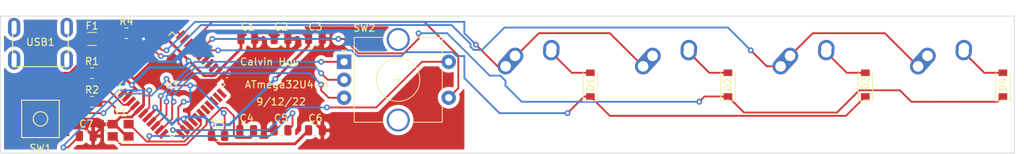
<source format=kicad_pcb>
(kicad_pcb (version 20211014) (generator pcbnew)
  (layers (0 "F.Cu" signal) (31 "B.Cu" signal) (34 "B.Paste" user) (35 "F.Paste" user) (36 "B.SilkS" user "B.Silkscreen") (37 "F.SilkS" user "F.Silkscreen") (38 "B.Mask" user) (39 "F.Mask" user) (44 "Edge.Cuts" user))
  (net 0 "")
  (net 1 "+5V")
  (net 2 "GND")
  (net 3 "Net-(C4-Pad2)")
  (net 4 "Net-(C5-Pad2)")
  (net 5 "Net-(C7-Pad1)")
  (net 6 "ROW0")
  (net 7 "Net-(D1-Pad2)")
  (net 8 "ROW1")
  (net 9 "Net-(D2-Pad2)")
  (net 10 "Net-(D3-Pad2)")
  (net 11 "Net-(D4-Pad2)")
  (net 12 "VCC")
  (net 13 "COL0")
  (net 14 "COL1")
  (net 15 "D-")
  (net 16 "Net-(R1-Pad2)")
  (net 17 "D+")
  (net 18 "Net-(R2-Pad2)")
  (net 19 "Net-(R3-Pad2)")
  (net 20 "Net-(R4-Pad1)")
  (net 21 "PB0")
  (net 22 "PB2")
  (net 23 "PB1")
  (net 24 "PB6")
  (net 25 "PB7")
  (footprint "Diode_SMD:D_SOD-123" (layer "F.Cu") (at 134.9375 87.3125 90)
    (fp_text reference "D1" (at 0 0 90) (layer "F.SilkS"))
    (fp_text value "D_Small")
    (pad "1" smd rect (at -1.65 0 90) (size 0.9 1.2) (layers "F.Cu" "F.Paste" "F.Mask") (net 6 "ROW0"))
    (pad "2" smd rect (at 1.65 0 90) (size 0.9 1.2) (layers "F.Cu" "F.Paste" "F.Mask") (net 7 "Net-(D1-Pad2)"))
  )
  (footprint "MX_Alps_Hybrid:MX-1U-NoLED" (layer "F.Cu") (at 184.15 87.3125)
    (fp_text reference "MX4")
    (fp_text value "MX-NoLED")
    (pad "" np_thru_hole circle locked (at 5.08 0 48.0996) (size 1.75 1.75) (drill 1.75) (layers *.Cu *.Mask))
    (pad "" np_thru_hole circle locked (at 0 0) (size 3.9878 3.9878) (drill 3.9878) (layers *.Cu *.Mask))
    (pad "" np_thru_hole circle locked (at -5.08 0 48.0996) (size 1.75 1.75) (drill 1.75) (layers *.Cu *.Mask))
    (pad "1" thru_hole circle locked (at -2.5 -4) (size 2.25 2.25) (drill 1.47) (layers *.Cu "B.Mask") (net 14 "COL1"))
    (pad "1" thru_hole oval locked (at -3.81 -2.54 48.0996) (size 4.211556 2.25) (drill 1.47 (offset 0.980778 0)) (layers *.Cu "B.Mask") (net 14 "COL1"))
    (pad "2" thru_hole oval locked (at 2.5 -4.5 86.0548) (size 2.831378 2.25) (drill 1.47 (offset 0.290689 0)) (layers *.Cu "B.Mask") (net 11 "Net-(D4-Pad2)"))
    (pad "2" thru_hole circle locked (at 2.54 -5.08) (size 2.25 2.25) (drill 1.47) (layers *.Cu "B.Mask") (net 11 "Net-(D4-Pad2)"))
  )
  (footprint "Capacitor_SMD:C_0805_2012Metric" (layer "F.Cu") (at 87.3125 93.6625)
    (fp_text reference "C4" (at 0 -1.68) (layer "F.SilkS"))
    (fp_text value "22pF")
    (pad "1" smd roundrect (at -0.95 0) (size 1 1.45) (layers "F.Cu" "F.Paste" "F.Mask") (net 2 "GND"))
    (pad "2" smd roundrect (at 0.95 0) (size 1 1.45) (layers "F.Cu" "F.Paste" "F.Mask") (net 3 "Net-(C4-Pad2)"))
  )
  (footprint "Capacitor_SMD:C_0805_2012Metric" (layer "F.Cu") (at 92.075 80.9625)
    (fp_text reference "C2" (at 0 -1.68) (layer "F.SilkS"))
    (fp_text value "0.1uF")
    (pad "1" smd roundrect (at -0.95 0) (size 1 1.45) (layers "F.Cu" "F.Paste" "F.Mask") (net 1 "+5V"))
    (pad "2" smd roundrect (at 0.95 0) (size 1 1.45) (layers "F.Cu" "F.Paste" "F.Mask") (net 2 "GND"))
  )
  (footprint "Resistor_SMD:R_0805_2012Metric" (layer "F.Cu") (at 83.34375 94.45625)
    (fp_text reference "R3" (at 0 -1.65) (layer "F.SilkS"))
    (fp_text value "10k")
    (pad "1" smd roundrect (at -0.9125 0) (size 1.025 1.4) (layers "F.Cu" "F.Paste" "F.Mask") (roundrect_rratio 0.243902439) (net 1 "+5V"))
    (pad "2" smd roundrect (at 0.9125 0) (size 1.025 1.4) (layers "F.Cu" "F.Paste" "F.Mask") (roundrect_rratio 0.243902439) (net 19 "Net-(R3-Pad2)"))
  )
  (footprint "Package_QFP:TQFP-44_10x10mm_P0.8mm" (layer "F.Cu") (at 76.99375 87.3125 45)
    (fp_text reference "U1" (at 0 0 180) (layer "F.SilkS"))
    (fp_text value "ATmega32U4-A")
    (pad "1" smd rect (at -5.7 -4 45) (size 1.5 0.55) (layers "F.Cu" "F.Paste" "F.Mask"))
    (pad "2" smd rect (at -5.7 -3.2 45) (size 1.5 0.55) (layers "F.Cu" "F.Paste" "F.Mask") (net 1 "+5V"))
    (pad "3" smd rect (at -5.7 -2.4 45) (size 1.5 0.55) (layers "F.Cu" "F.Paste" "F.Mask") (net 16 "Net-(R1-Pad2)"))
    (pad "4" smd rect (at -5.7 -1.6 45) (size 1.5 0.55) (layers "F.Cu" "F.Paste" "F.Mask") (net 18 "Net-(R2-Pad2)"))
    (pad "5" smd rect (at -5.7 -0.8 45) (size 1.5 0.55) (layers "F.Cu" "F.Paste" "F.Mask") (net 2 "GND"))
    (pad "6" smd rect (at -5.7 0 45) (size 1.5 0.55) (layers "F.Cu" "F.Paste" "F.Mask") (net 5 "Net-(C7-Pad1)"))
    (pad "7" smd rect (at -5.7 0.8 45) (size 1.5 0.55) (layers "F.Cu" "F.Paste" "F.Mask") (net 1 "+5V"))
    (pad "8" smd rect (at -5.7 1.6 45) (size 1.5 0.55) (layers "F.Cu" "F.Paste" "F.Mask") (net 21 "PB0"))
    (pad "9" smd rect (at -5.7 2.4 45) (size 1.5 0.55) (layers "F.Cu" "F.Paste" "F.Mask") (net 23 "PB1"))
    (pad "10" smd rect (at -5.7 3.2 45) (size 1.5 0.55) (layers "F.Cu" "F.Paste" "F.Mask") (net 22 "PB2"))
    (pad "11" smd rect (at -5.7 4 45) (size 1.5 0.55) (layers "F.Cu" "F.Paste" "F.Mask"))
    (pad "12" smd rect (at -4 5.7 135) (size 1.5 0.55) (layers "F.Cu" "F.Paste" "F.Mask") (net 25 "PB7"))
    (pad "13" smd rect (at -3.2 5.7 135) (size 1.5 0.55) (layers "F.Cu" "F.Paste" "F.Mask") (net 19 "Net-(R3-Pad2)"))
    (pad "14" smd rect (at -2.4 5.7 135) (size 1.5 0.55) (layers "F.Cu" "F.Paste" "F.Mask") (net 1 "+5V"))
    (pad "15" smd rect (at -1.6 5.7 135) (size 1.5 0.55) (layers "F.Cu" "F.Paste" "F.Mask") (net 2 "GND"))
    (pad "16" smd rect (at -0.8 5.7 135) (size 1.5 0.55) (layers "F.Cu" "F.Paste" "F.Mask") (net 4 "Net-(C5-Pad2)"))
    (pad "17" smd rect (at 0 5.7 135) (size 1.5 0.55) (layers "F.Cu" "F.Paste" "F.Mask") (net 3 "Net-(C4-Pad2)"))
    (pad "18" smd rect (at 0.8 5.7 135) (size 1.5 0.55) (layers "F.Cu" "F.Paste" "F.Mask"))
    (pad "19" smd rect (at 1.6 5.7 135) (size 1.5 0.55) (layers "F.Cu" "F.Paste" "F.Mask"))
    (pad "20" smd rect (at 2.4 5.7 135) (size 1.5 0.55) (layers "F.Cu" "F.Paste" "F.Mask"))
    (pad "21" smd rect (at 3.2 5.7 135) (size 1.5 0.55) (layers "F.Cu" "F.Paste" "F.Mask"))
    (pad "22" smd rect (at 4 5.7 135) (size 1.5 0.55) (layers "F.Cu" "F.Paste" "F.Mask"))
    (pad "23" smd rect (at 5.7 4 45) (size 1.5 0.55) (layers "F.Cu" "F.Paste" "F.Mask") (net 2 "GND"))
    (pad "24" smd rect (at 5.7 3.2 45) (size 1.5 0.55) (layers "F.Cu" "F.Paste" "F.Mask") (net 1 "+5V"))
    (pad "25" smd rect (at 5.7 2.4 45) (size 1.5 0.55) (layers "F.Cu" "F.Paste" "F.Mask"))
    (pad "26" smd rect (at 5.7 1.6 45) (size 1.5 0.55) (layers "F.Cu" "F.Paste" "F.Mask"))
    (pad "27" smd rect (at 5.7 0.8 45) (size 1.5 0.55) (layers "F.Cu" "F.Paste" "F.Mask"))
    (pad "28" smd rect (at 5.7 0 45) (size 1.5 0.55) (layers "F.Cu" "F.Paste" "F.Mask") (net 6 "ROW0"))
    (pad "29" smd rect (at 5.7 -0.8 45) (size 1.5 0.55) (layers "F.Cu" "F.Paste" "F.Mask") (net 8 "ROW1"))
    (pad "30" smd rect (at 5.7 -1.6 45) (size 1.5 0.55) (layers "F.Cu" "F.Paste" "F.Mask") (net 24 "PB6"))
    (pad "31" smd rect (at 5.7 -2.4 45) (size 1.5 0.55) (layers "F.Cu" "F.Paste" "F.Mask"))
    (pad "32" smd rect (at 5.7 -3.2 45) (size 1.5 0.55) (layers "F.Cu" "F.Paste" "F.Mask"))
    (pad "33" smd rect (at 5.7 -4 45) (size 1.5 0.55) (layers "F.Cu" "F.Paste" "F.Mask") (net 20 "Net-(R4-Pad1)"))
    (pad "34" smd rect (at 4 -5.7 135) (size 1.5 0.55) (layers "F.Cu" "F.Paste" "F.Mask") (net 1 "+5V"))
    (pad "35" smd rect (at 3.2 -5.7 135) (size 1.5 0.55) (layers "F.Cu" "F.Paste" "F.Mask") (net 2 "GND"))
    (pad "36" smd rect (at 2.4 -5.7 135) (size 1.5 0.55) (layers "F.Cu" "F.Paste" "F.Mask") (net 13 "COL0"))
    (pad "37" smd rect (at 1.6 -5.7 135) (size 1.5 0.55) (layers "F.Cu" "F.Paste" "F.Mask") (net 14 "COL1"))
    (pad "38" smd rect (at 0.8 -5.7 135) (size 1.5 0.55) (layers "F.Cu" "F.Paste" "F.Mask"))
    (pad "39" smd rect (at 0 -5.7 135) (size 1.5 0.55) (layers "F.Cu" "F.Paste" "F.Mask"))
    (pad "40" smd rect (at -0.8 -5.7 135) (size 1.5 0.55) (layers "F.Cu" "F.Paste" "F.Mask"))
    (pad "41" smd rect (at -1.6 -5.7 135) (size 1.5 0.55) (layers "F.Cu" "F.Paste" "F.Mask"))
    (pad "42" smd rect (at -2.4 -5.7 135) (size 1.5 0.55) (layers "F.Cu" "F.Paste" "F.Mask"))
    (pad "43" smd rect (at -3.2 -5.7 135) (size 1.5 0.55) (layers "F.Cu" "F.Paste" "F.Mask") (net 2 "GND"))
    (pad "44" smd rect (at -4 -5.7 135) (size 1.5 0.55) (layers "F.Cu" "F.Paste" "F.Mask") (net 1 "+5V"))
  )
  (footprint "Capacitor_SMD:C_0805_2012Metric" (layer "F.Cu") (at 92.075 93.6625)
    (fp_text reference "C5" (at 0 -1.68) (layer "F.SilkS"))
    (fp_text value "22pF")
    (pad "1" smd roundrect (at -0.95 0) (size 1 1.45) (layers "F.Cu" "F.Paste" "F.Mask") (net 2 "GND"))
    (pad "2" smd roundrect (at 0.95 0) (size 1 1.45) (layers "F.Cu" "F.Paste" "F.Mask") (net 4 "Net-(C5-Pad2)"))
  )
  (footprint "MX_Alps_Hybrid:MX-1U-NoLED" (layer "F.Cu") (at 146.05 87.3125)
    (fp_text reference "MX2")
    (fp_text value "MX-NoLED")
    (pad "" np_thru_hole circle locked (at -5.08 0 48.0996) (size 1.75 1.75) (drill 1.75) (layers *.Cu *.Mask))
    (pad "" np_thru_hole circle locked (at 0 0) (size 3.9878 3.9878) (drill 3.9878) (layers *.Cu *.Mask))
    (pad "" np_thru_hole circle locked (at 5.08 0 48.0996) (size 1.75 1.75) (drill 1.75) (layers *.Cu *.Mask))
    (pad "1" thru_hole circle locked (at -2.5 -4) (size 2.25 2.25) (drill 1.47) (layers *.Cu "B.Mask") (net 13 "COL0"))
    (pad "1" thru_hole oval locked (at -3.81 -2.54 48.0996) (size 4.211556 2.25) (drill 1.47 (offset 0.980778 0)) (layers *.Cu "B.Mask") (net 13 "COL0"))
    (pad "2" thru_hole circle locked (at 2.54 -5.08) (size 2.25 2.25) (drill 1.47) (layers *.Cu "B.Mask") (net 9 "Net-(D2-Pad2)"))
    (pad "2" thru_hole oval locked (at 2.5 -4.5 86.0548) (size 2.831378 2.25) (drill 1.47 (offset 0.290689 0)) (layers *.Cu "B.Mask") (net 9 "Net-(D2-Pad2)"))
  )
  (footprint "random-keyboard-parts:SKQG-1155865" (layer "F.Cu") (at 58.7375 92.075)
    (fp_text reference "SW1" (at 0 4.064) (layer "F.SilkS"))
    (fp_text value "SW_Push")
    (pad "1" smd rect locked (at 3.1 1.85) (size 1.8 1.1) (layers "F.Cu" "F.Paste" "F.Mask") (net 2 "GND"))
    (pad "2" smd rect locked (at -3.1 -1.85) (size 1.8 1.1) (layers "F.Cu" "F.Paste" "F.Mask") (net 19 "Net-(R3-Pad2)"))
    (pad "3" smd rect locked (at 3.1 -1.85) (size 1.8 1.1) (layers "F.Cu" "F.Paste" "F.Mask"))
    (pad "4" smd rect locked (at -3.1 1.85) (size 1.8 1.1) (layers "F.Cu" "F.Paste" "F.Mask"))
  )
  (footprint "Capacitor_SMD:C_0805_2012Metric" (layer "F.Cu") (at 65.0875 94.45625)
    (fp_text reference "C7" (at 0 -1.68) (layer "F.SilkS"))
    (fp_text value "1uF")
    (pad "1" smd roundrect (at -0.95 0) (size 1 1.45) (layers "F.Cu" "F.Paste" "F.Mask") (net 5 "Net-(C7-Pad1)"))
    (pad "2" smd roundrect (at 0.95 0) (size 1 1.45) (layers "F.Cu" "F.Paste" "F.Mask") (net 2 "GND"))
  )
  (footprint "Diode_SMD:D_SOD-123" (layer "F.Cu") (at 153.9875 87.3125 90)
    (fp_text reference "D2" (at 0 0 90) (layer "F.SilkS"))
    (fp_text value "D_Small")
    (pad "1" smd rect (at -1.65 0 90) (size 0.9 1.2) (layers "F.Cu" "F.Paste" "F.Mask") (net 8 "ROW1"))
    (pad "2" smd rect (at 1.65 0 90) (size 0.9 1.2) (layers "F.Cu" "F.Paste" "F.Mask") (net 9 "Net-(D2-Pad2)"))
  )
  (footprint "MX_Alps_Hybrid:MX-1U-NoLED" (layer "F.Cu") (at 165.1 87.3125)
    (fp_text reference "MX3")
    (fp_text value "MX-NoLED")
    (pad "" np_thru_hole circle locked (at -5.08 0 48.0996) (size 1.75 1.75) (drill 1.75) (layers *.Cu *.Mask))
    (pad "" np_thru_hole circle locked (at 0 0) (size 3.9878 3.9878) (drill 3.9878) (layers *.Cu *.Mask))
    (pad "" np_thru_hole circle locked (at 5.08 0 48.0996) (size 1.75 1.75) (drill 1.75) (layers *.Cu *.Mask))
    (pad "1" thru_hole oval locked (at -3.81 -2.54 48.0996) (size 4.211556 2.25) (drill 1.47 (offset 0.980778 0)) (layers *.Cu "B.Mask") (net 14 "COL1"))
    (pad "1" thru_hole circle locked (at -2.5 -4) (size 2.25 2.25) (drill 1.47) (layers *.Cu "B.Mask") (net 14 "COL1"))
    (pad "2" thru_hole oval locked (at 2.5 -4.5 86.0548) (size 2.831378 2.25) (drill 1.47 (offset 0.290689 0)) (layers *.Cu "B.Mask") (net 10 "Net-(D3-Pad2)"))
    (pad "2" thru_hole circle locked (at 2.54 -5.08) (size 2.25 2.25) (drill 1.47) (layers *.Cu "B.Mask") (net 10 "Net-(D3-Pad2)"))
  )
  (footprint "MX_Alps_Hybrid:MX-1U-NoLED" (layer "F.Cu") (at 127 87.3125)
    (fp_text reference "MX1")
    (fp_text value "MX-NoLED")
    (pad "" np_thru_hole circle locked (at 5.08 0 48.0996) (size 1.75 1.75) (drill 1.75) (layers *.Cu *.Mask))
    (pad "" np_thru_hole circle locked (at 0 0) (size 3.9878 3.9878) (drill 3.9878) (layers *.Cu *.Mask))
    (pad "" np_thru_hole circle locked (at -5.08 0 48.0996) (size 1.75 1.75) (drill 1.75) (layers *.Cu *.Mask))
    (pad "1" thru_hole circle locked (at -2.5 -4) (size 2.25 2.25) (drill 1.47) (layers *.Cu "B.Mask") (net 13 "COL0"))
    (pad "1" thru_hole oval locked (at -3.81 -2.54 48.0996) (size 4.211556 2.25) (drill 1.47 (offset 0.980778 0)) (layers *.Cu "B.Mask") (net 13 "COL0"))
    (pad "2" thru_hole oval locked (at 2.5 -4.5 86.0548) (size 2.831378 2.25) (drill 1.47 (offset 0.290689 0)) (layers *.Cu "B.Mask") (net 7 "Net-(D1-Pad2)"))
    (pad "2" thru_hole circle locked (at 2.54 -5.08) (size 2.25 2.25) (drill 1.47) (layers *.Cu "B.Mask") (net 7 "Net-(D1-Pad2)"))
  )
  (footprint "Resistor_SMD:R_0805_2012Metric" (layer "F.Cu") (at 65.88125 89.69375)
    (fp_text reference "R2" (at 0 -1.65) (layer "F.SilkS"))
    (fp_text value "22")
    (pad "1" smd roundrect (at -0.9125 0) (size 1.025 1.4) (layers "F.Cu" "F.Paste" "F.Mask") (roundrect_rratio 0.243902439) (net 17 "D+"))
    (pad "2" smd roundrect (at 0.9125 0) (size 1.025 1.4) (layers "F.Cu" "F.Paste" "F.Mask") (roundrect_rratio 0.243902439) (net 18 "Net-(R2-Pad2)"))
  )
  (footprint "Capacitor_SMD:C_0805_2012Metric" (layer "F.Cu") (at 96.8375 93.6625)
    (fp_text reference "C6" (at 0 -1.68) (layer "F.SilkS"))
    (fp_text value "0.1uF")
    (pad "1" smd roundrect (at -0.95 0) (size 1 1.45) (layers "F.Cu" "F.Paste" "F.Mask") (net 1 "+5V"))
    (pad "2" smd roundrect (at 0.95 0) (size 1 1.45) (layers "F.Cu" "F.Paste" "F.Mask") (net 2 "GND"))
  )
  (footprint "random-keyboard-parts:Molex-0548190589" (layer "F.Cu") (at 58.7375 79.375 -90)
    (fp_text reference "USB1" (at 2.032 0) (layer "F.SilkS"))
    (fp_text value "Molex-0548190589")
    (pad "1" smd rect locked (at 4.5 1.6 270) (size 2.25 0.5) (layers "F.Cu" "F.Paste" "F.Mask") (net 2 "GND"))
    (pad "2" smd rect locked (at 4.5 0.8 270) (size 2.25 0.5) (layers "F.Cu" "F.Paste" "F.Mask"))
    (pad "3" smd rect locked (at 4.5 0 270) (size 2.25 0.5) (layers "F.Cu" "F.Paste" "F.Mask") (net 17 "D+"))
    (pad "4" smd rect locked (at 4.5 -0.8 270) (size 2.25 0.5) (layers "F.Cu" "F.Paste" "F.Mask") (net 15 "D-"))
    (pad "5" smd rect locked (at 4.5 -1.6 270) (size 2.25 0.5) (layers "F.Cu" "F.Paste" "F.Mask") (net 12 "VCC"))
    (pad "6" thru_hole oval locked (at 0 3.65 270) (size 2.7 1.7) (drill oval 1.9 0.7) (layers *.Cu *.Mask))
    (pad "6" thru_hole oval locked (at 4.5 -3.65 270) (size 2.7 1.7) (drill oval 1.9 0.7) (layers *.Cu *.Mask))
    (pad "6" thru_hole oval locked (at 4.5 3.65 270) (size 2.7 1.7) (drill oval 1.9 0.7) (layers *.Cu *.Mask))
    (pad "6" thru_hole oval locked (at 0 -3.65 270) (size 2.7 1.7) (drill oval 1.9 0.7) (layers *.Cu *.Mask))
  )
  (footprint "Capacitor_SMD:C_0805_2012Metric" (layer "F.Cu") (at 96.8375 80.9625)
    (fp_text reference "C3" (at 0 -1.68) (layer "F.SilkS"))
    (fp_text value "0.1uF")
    (pad "1" smd roundrect (at -0.95 0) (size 1 1.45) (layers "F.Cu" "F.Paste" "F.Mask") (net 1 "+5V"))
    (pad "2" smd roundrect (at 0.95 0) (size 1 1.45) (layers "F.Cu" "F.Paste" "F.Mask") (net 2 "GND"))
  )
  (footprint "Diode_SMD:D_SOD-123" (layer "F.Cu") (at 173.0375 87.3125 90)
    (fp_text reference "D3" (at 0.25 0 90) (layer "F.SilkS"))
    (fp_text value "D_Small")
    (pad "1" smd rect (at -1.65 0 90) (size 0.9 1.2) (layers "F.Cu" "F.Paste" "F.Mask") (net 6 "ROW0"))
    (pad "2" smd rect (at 1.65 0 90) (size 0.9 1.2) (layers "F.Cu" "F.Paste" "F.Mask") (net 10 "Net-(D3-Pad2)"))
  )
  (footprint "Rotary_Encoder:RotaryEncoder_Alps_EC11E-Switch_Vertical_H20mm_CircularMountingHoles" (layer "F.Cu") (at 100.80625 84.1375)
    (fp_text reference "SW2" (at 2.8 -4.7) (layer "F.SilkS"))
    (fp_text value "RotaryEncoder_Switch")
    (pad "A" thru_hole rect (at 0 0) (size 2 2) (drill 1) (layers *.Cu *.Mask) (net 21 "PB0"))
    (pad "B" thru_hole circle (at 0 5) (size 2 2) (drill 1) (layers *.Cu *.Mask) (net 22 "PB2"))
    (pad "C" thru_hole circle (at 0 2.5) (size 2 2) (drill 1) (layers *.Cu *.Mask) (net 23 "PB1"))
    (pad "MP" thru_hole circle (at 7.5 8.1) (size 3.2 3.2) (drill 2.6) (layers *.Cu *.Mask))
    (pad "MP" thru_hole circle (at 7.5 -3.1) (size 3.2 3.2) (drill 2.6) (layers *.Cu *.Mask))
    (pad "S1" thru_hole circle (at 14.5 5) (size 2 2) (drill 1) (layers *.Cu *.Mask) (net 24 "PB6"))
    (pad "S2" thru_hole circle (at 14.5 0) (size 2 2) (drill 1) (layers *.Cu *.Mask) (net 25 "PB7"))
  )
  (footprint "Resistor_SMD:R_0805_2012Metric" (layer "F.Cu") (at 70.64375 80.16875)
    (fp_text reference "R4" (at 0 -1.65) (layer "F.SilkS"))
    (fp_text value "10k")
    (pad "1" smd roundrect (at -0.9125 0) (size 1.025 1.4) (layers "F.Cu" "F.Paste" "F.Mask") (roundrect_rratio 0.243902439) (net 20 "Net-(R4-Pad1)"))
    (pad "2" smd roundrect (at 0.9125 0) (size 1.025 1.4) (layers "F.Cu" "F.Paste" "F.Mask") (roundrect_rratio 0.243902439) (net 2 "GND"))
  )
  (footprint "Capacitor_SMD:C_0805_2012Metric" (layer "F.Cu") (at 87.46875 80.9625)
    (fp_text reference "C1" (at 0 -1.68) (layer "F.SilkS"))
    (fp_text value "0.1uF")
    (pad "1" smd roundrect (at -0.95 0) (size 1 1.45) (layers "F.Cu" "F.Paste" "F.Mask") (net 1 "+5V"))
    (pad "2" smd roundrect (at 0.95 0) (size 1 1.45) (layers "F.Cu" "F.Paste" "F.Mask") (net 2 "GND"))
  )
  (footprint "Fuse:Fuse_1206_3216Metric" (layer "F.Cu") (at 65.88125 80.9625)
    (fp_text reference "F1" (at 0 -1.82) (layer "F.SilkS"))
    (fp_text value "500mA")
    (pad "1" smd roundrect (at -1.4 0) (size 1.25 1.75) (layers "F.Cu" "F.Paste" "F.Mask") (roundrect_rratio 0.2) (net 12 "VCC"))
    (pad "2" smd roundrect (at 1.4 0) (size 1.25 1.75) (layers "F.Cu" "F.Paste" "F.Mask") (roundrect_rratio 0.2) (net 1 "+5V"))
  )
  (footprint "Crystal:Crystal_SMD_3225-4Pin_3.2x2.5mm" (layer "F.Cu") (at 69.85 93.6625)
    (fp_text reference "Y1" (at 0 -2.45) (layer "F.SilkS"))
    (fp_text value "16mhz")
    (pad "1" smd rect (at -1.1 0.85) (size 1.4 1.2) (layers "F.Cu" "F.Paste" "F.Mask") (net 3 "Net-(C4-Pad2)"))
    (pad "2" smd rect (at 1.1 0.85) (size 1.4 1.2) (layers "F.Cu" "F.Paste" "F.Mask") (net 2 "GND"))
    (pad "3" smd rect (at 1.1 -0.85) (size 1.4 1.2) (layers "F.Cu" "F.Paste" "F.Mask") (net 4 "Net-(C5-Pad2)"))
    (pad "4" smd rect (at -1.1 -0.85) (size 1.4 1.2) (layers "F.Cu" "F.Paste" "F.Mask") (net 2 "GND"))
  )
  (footprint "Diode_SMD:D_SOD-123" (layer "F.Cu") (at 192.0875 87.3125 90)
    (fp_text reference "D4" (at 0 0 90) (layer "F.SilkS"))
    (fp_text value "D_Small")
    (pad "1" smd rect (at -1.65 0 90) (size 0.9 1.2) (layers "F.Cu" "F.Paste" "F.Mask") (net 8 "ROW1"))
    (pad "2" smd rect (at 1.65 0 90) (size 0.9 1.2) (layers "F.Cu" "F.Paste" "F.Mask") (net 11 "Net-(D4-Pad2)"))
  )
  (footprint "Resistor_SMD:R_0805_2012Metric" (layer "F.Cu") (at 65.88125 85.725)
    (fp_text reference "R1" (at 0 -1.65) (layer "F.SilkS"))
    (fp_text value "22")
    (pad "1" smd roundrect (at -0.9125 0) (size 1.025 1.4) (layers "F.Cu" "F.Paste" "F.Mask") (roundrect_rratio 0.243902439) (net 15 "D-"))
    (pad "2" smd roundrect (at 0.9125 0) (size 1.025 1.4) (layers "F.Cu" "F.Paste" "F.Mask") (roundrect_rratio 0.243902439) (net 16 "Net-(R1-Pad2)"))
  )
  (gr_line (start 193.675 96.8375) (end 53.18125 96.8375) (layer "Edge.Cuts") (width 0.1))
  (gr_line (start 193.675 77.7875) (end 193.675 96.8375) (layer "Edge.Cuts") (width 0.1))
  (gr_line (start 53.18125 77.7875) (end 193.675 77.7875) (layer "Edge.Cuts") (width 0.1))
  (gr_line (start 53.18125 96.8375) (end 53.18125 77.7875) (layer "Edge.Cuts") (width 0.1))
  (gr_text "9/12/22" (at 92.075 89.69375) (layer "F.SilkS") (effects (font (size 1 1))))
  (gr_text "Calvin Hou" (at 90.4875 84.1375) (layer "F.SilkS") (effects (font (size 1 1))))
  (gr_text "ATmega32U4-A" (at 92.86875 87.3125) (layer "F.SilkS") (effects (font (size 1 1))))
  (segment (start 90.0095 79.847) (end 87.63425 79.847) (width 0.381) (layer "F.Cu") (net 1))
  (segment (start 95.8875 80.9625) (end 95.8875 81.9125) (width 0.381) (layer "F.Cu") (net 1))
  (segment (start 86.51875 82.312983) (end 83.287 85.544733) (width 0.381) (layer "F.Cu") (net 1))
  (segment (start 82.43125 94.45625) (end 82.43125 92.9875) (width 0.381) (layer "F.Cu") (net 1))
  (segment (start 94.00325 95.54675) (end 95.8875 93.6625) (width 0.381) (layer "F.Cu") (net 1))
  (segment (start 92.2405 79.847) (end 91.125 80.9625) (width 0.381) (layer "F.Cu") (net 1))
  (segment (start 71.484304 88.10625) (end 70.690554 88.9) (width 0.381) (layer "F.Cu") (net 1))
  (segment (start 83.287 85.544733) (end 82.737401 86.094332) (width 0.381) (layer "F.Cu") (net 1))
  (segment (start 70.134814 86.110418) (end 71.387198 87.362802) (width 0.381) (layer "F.Cu") (net 1))
  (segment (start 78.567675 92.074861) (end 78.567675 92.47075) (width 0.381) (layer "F.Cu") (net 1))
  (segment (start 83.52175 95.54675) (end 94.00325 95.54675) (width 0.381) (layer "F.Cu") (net 1))
  (segment (start 81.432436 86.094332) (end 75.791668 80.453564) (width 0.381) (layer "F.Cu") (net 1))
  (segment (start 86.51875 80.9625) (end 86.51875 82.312983) (width 0.381) (layer "F.Cu") (net 1))
  (segment (start 78.567675 92.47075) (end 78.773463 92.676538) (width 0.381) (layer "F.Cu") (net 1))
  (segment (start 71.387198 87.362802) (end 72.130646 88.10625) (width 0.381) (layer "F.Cu") (net 1))
  (segment (start 74.6125 90.825121) (end 74.6125 90.4875) (width 0.381) (layer "F.Cu") (net 1))
  (segment (start 82.43125 92.9875) (end 82.55 92.86875) (width 0.381) (layer "F.Cu") (net 1))
  (segment (start 91.125 80.9625) (end 90.0095 79.847) (width 0.381) (layer "F.Cu") (net 1))
  (segment (start 95.8875 80.9625) (end 94.772 79.847) (width 0.381) (layer "F.Cu") (net 1))
  (segment (start 73.528927 91.908694) (end 74.6125 90.825121) (width 0.381) (layer "F.Cu") (net 1))
  (segment (start 82.737401 86.094332) (end 81.432436 86.094332) (width 0.381) (layer "F.Cu") (net 1))
  (segment (start 94.772 79.847) (end 92.2405 79.847) (width 0.381) (layer "F.Cu") (net 1))
  (segment (start 87.63425 79.847) (end 86.51875 80.9625) (width 0.381) (layer "F.Cu") (net 1))
  (segment (start 67.28125 80.9625) (end 67.28125 83.256854) (width 0.381) (layer "F.Cu") (net 1))
  (segment (start 72.130646 88.10625) (end 71.484304 88.10625) (width 0.381) (layer "F.Cu") (net 1))
  (segment (start 67.28125 83.256854) (end 70.134814 86.110418) (width 0.381) (layer "F.Cu") (net 1))
  (segment (start 82.43125 94.45625) (end 83.52175 95.54675) (width 0.381) (layer "F.Cu") (net 1))
  (segment (start 95.8875 81.9125) (end 91.28125 86.51875) (width 0.381) (layer "F.Cu") (net 1))
  (via (at 71.387198 87.362802) (size 0.8) (drill 0.4) (layers "F.Cu" "B.Cu") (net 1))
  (via (at 79.258161 84.020661) (size 0.8) (drill 0.4) (layers "F.Cu" "B.Cu") (net 1))
  (via (at 78.567675 92.074861) (size 0.8) (drill 0.4) (layers "F.Cu" "B.Cu") (net 1))
  (via (at 74.6125 90.4875) (size 0.8) (drill 0.4) (layers "F.Cu" "B.Cu") (net 1))
  (via (at 82.55 92.86875) (size 0.8) (drill 0.4) (layers "F.Cu" "B.Cu") (net 1))
  (via (at 91.28125 86.51875) (size 0.8) (drill 0.4) (layers "F.Cu" "B.Cu") (net 1))
  (segment (start 76.965709 92.840709) (end 74.6125 90.4875) (width 0.381) (layer "B.Cu") (net 1))
  (segment (start 73.81875 84.93125) (end 78.58125 84.93125) (width 0.381) (layer "B.Cu") (net 1))
  (segment (start 91.28125 86.51875) (end 84.93125 92.86875) (width 0.381) (layer "B.Cu") (net 1))
  (segment (start 82.55 92.86875) (end 81.48 91.79875) (width 0.381) (layer "B.Cu") (net 1))
  (segment (start 79.375 84.1375) (end 79.258161 84.020661) (width 0.381) (layer "B.Cu") (net 1))
  (segment (start 81.48 91.79875) (end 78.801418 91.79875) (width 0.381) (layer "B.Cu") (net 1))
  (segment (start 84.93125 92.86875) (end 82.55 92.86875) (width 0.381) (layer "B.Cu") (net 1))
  (segment (start 78.58125 84.93125) (end 79.375 84.1375) (width 0.381) (layer "B.Cu") (net 1))
  (segment (start 77.731557 92.074861) (end 78.567675 92.074861) (width 0.381) (layer "B.Cu") (net 1))
  (segment (start 71.387198 87.362802) (end 73.81875 84.93125) (width 0.381) (layer "B.Cu") (net 1))
  (segment (start 76.965709 92.840709) (end 77.731557 92.074861) (width 0.381) (layer "B.Cu") (net 1))
  (segment (start 78.801418 91.79875) (end 78.801418 91.841118) (width 0.381) (layer "B.Cu") (net 1))
  (segment (start 78.801418 91.841118) (end 78.567675 92.074861) (width 0.381) (layer "B.Cu") (net 1))
  (segment (start 93.025 80.9625) (end 93.025 83.1875) (width 0.381) (layer "F.Cu") (net 2))
  (segment (start 73.02825 90.146629) (end 72.397556 90.777323) (width 0.381) (layer "F.Cu") (net 2))
  (segment (start 70.95 94.5125) (end 70.7 94.5125) (width 0.381) (layer "F.Cu") (net 2))
  (segment (start 53.975 88.10625) (end 53.975 95.25) (width 0.381) (layer "F.Cu") (net 2))
  (segment (start 68.75 92.8125) (end 68.85 92.8125) (width 0.381) (layer "F.Cu") (net 2))
  (segment (start 79.892888 92.47438) (end 79.343289 91.924781) (width 0.381) (layer "F.Cu") (net 2))
  (segment (start 97.7875 81.6) (end 91.28125 88.10625) (width 0.381) (layer "F.Cu") (net 2))
  (segment (start 67.68125 92.8125) (end 68.75 92.8125) (width 0.381) (layer "F.Cu") (net 2))
  (segment (start 86.3625 89.85) (end 89.69375 86.51875) (width 0.381) (layer "F.Cu") (net 2))
  (segment (start 91.28125 88.10625) (end 89.69375 86.51875) (width 0.381) (layer "F.Cu") (net 2))
  (segment (start 61.8375 93.925) (end 62.42175 93.34075) (width 0.381) (layer "F.Cu") (net 2))
  (segment (start 73.81875 80.16875) (end 74.375483 80.16875) (width 0.381) (layer "F.Cu") (net 2))
  (segment (start 64.922 93.34075) (end 66.0375 94.45625) (width 0.381) (layer "F.Cu") (net 2))
  (segment (start 83.187168 86.675332) (end 80.325332 86.675332) (width 0.381) (layer "F.Cu") (net 2))
  (segment (start 70.7005 85.544733) (end 73.02825 87.872483) (width 0.381) (layer "F.Cu") (net 2))
  (segment (start 57.1375 83.875) (end 57.1375 84.94375) (width 0.381) (layer "F.Cu") (net 2))
  (segment (start 86.904168 86.110418) (end 83.852686 86.110418) (width 0.381) (layer "F.Cu") (net 2))
  (segment (start 97.7875 80.9625) (end 97.7875 81.6) (width 0.381) (layer "F.Cu") (net 2))
  (segment (start 91.28125 93.6625) (end 91.28125 88.10625) (width 0.381) (layer "F.Cu") (net 2))
  (segment (start 74.375483 80.16875) (end 75.225983 81.01925) (width 0.381) (layer "F.Cu") (net 2))
  (segment (start 73.025 80.9625) (end 73.81875 80.16875) (width 0.381) (layer "F.Cu") (net 2))
  (segment (start 97.7875 93.6625) (end 92.23125 88.10625) (width 0.381) (layer "F.Cu") (net 2))
  (segment (start 71.362379 91.8125) (end 72.397556 90.777323) (width 0.381) (layer "F.Cu") (net 2))
  (segment (start 73.02825 87.872483) (end 73.02825 90.146629) (width 0.381) (layer "F.Cu") (net 2))
  (segment (start 91.125 93.6625) (end 91.28125 93.6625) (width 0.381) (layer "F.Cu") (net 2))
  (segment (start 89.69375 86.51875) (end 89.285418 86.110418) (width 0.381) (layer "F.Cu") (net 2))
  (segment (start 57.1375 84.94375) (end 53.975 88.10625) (width 0.381) (layer "F.Cu") (net 2))
  (segment (start 66.0375 94.45625) (end 67.68125 92.8125) (width 0.381) (layer "F.Cu") (net 2))
  (segment (start 70.150901 84.995134) (end 70.7005 85.544733) (width 0.381) (layer "F.Cu") (net 2))
  (segment (start 88.41875 84.595836) (end 86.904168 86.110418) (width 0.381) (layer "F.Cu") (net 2))
  (segment (start 89.285418 86.110418) (end 86.904168 86.110418) (width 0.381) (layer "F.Cu") (net 2))
  (segment (start 60.5125 95.25) (end 61.8375 93.925) (width 0.381) (layer "F.Cu") (net 2))
  (segment (start 69 92.8125) (end 68.75 92.8125) (width 0.381) (layer "F.Cu") (net 2))
  (segment (start 92.23125 88.10625) (end 91.28125 88.10625) (width 0.381) (layer "F.Cu") (net 2))
  (segment (start 79.343289 90.519211) (end 83.187168 86.675332) (width 0.381) (layer "F.Cu") (net 2))
  (segment (start 70.7 94.5125) (end 69 92.8125) (width 0.381) (layer "F.Cu") (net 2))
  (segment (start 62.42175 93.34075) (end 64.922 93.34075) (width 0.381) (layer "F.Cu") (net 2))
  (segment (start 70.150901 81.574099) (end 70.150901 84.995134) (width 0.381) (layer "F.Cu") (net 2))
  (segment (start 93.025 83.1875) (end 89.69375 86.51875) (width 0.381) (layer "F.Cu") (net 2))
  (segment (start 68.85 92.8125) (end 69.85 91.8125) (width 0.381) (layer "F.Cu") (net 2))
  (segment (start 79.343289 91.924781) (end 79.343289 90.519211) (width 0.381) (layer "F.Cu") (net 2))
  (segment (start 86.3625 93.6625) (end 86.3625 89.85) (width 0.381) (layer "F.Cu") (net 2))
  (segment (start 53.975 95.25) (end 60.5125 95.25) (width 0.381) (layer "F.Cu") (net 2))
  (segment (start 71.55625 80.16875) (end 70.150901 81.574099) (width 0.381) (layer "F.Cu") (net 2))
  (segment (start 69.85 91.8125) (end 71.362379 91.8125) (width 0.381) (layer "F.Cu") (net 2))
  (segment (start 88.41875 80.9625) (end 88.41875 84.595836) (width 0.381) (layer "F.Cu") (net 2))
  (segment (start 74.375483 80.16875) (end 71.55625 80.16875) (width 0.381) (layer "F.Cu") (net 2))
  (segment (start 80.325332 86.675332) (end 77.7875 84.1375) (width 0.381) (layer "F.Cu") (net 2))
  (via (at 77.7875 84.1375) (size 0.8) (drill 0.4) (layers "F.Cu" "B.Cu") (net 2))
  (via (at 73.025 80.9625) (size 0.8) (drill 0.4) (layers "F.Cu" "B.Cu") (net 2))
  (segment (start 75.082064 84.1375) (end 73.025 82.080436) (width 0.381) (layer "B.Cu") (net 2))
  (segment (start 73.025 82.080436) (end 73.025 80.9625) (width 0.381) (layer "B.Cu") (net 2))
  (segment (start 77.7875 84.1375) (end 75.082064 84.1375) (width 0.381) (layer "B.Cu") (net 2))
  (segment (start 84.438634 90.55425) (end 83.836366 90.55425) (width 0.254) (layer "F.Cu") (net 3))
  (segment (start 81.75625 92.075) (end 81.024259 91.343009) (width 0.254) (layer "F.Cu") (net 3))
  (segment (start 68.75 94.5125) (end 69.91472 95.67722) (width 0.254) (layer "F.Cu") (net 3))
  (segment (start 87.848 94.7145) (end 85.873499 94.7145) (width 0.254) (layer "F.Cu") (net 3))
  (segment (start 85.873499 94.7145) (end 85.5355 94.376501) (width 0.254) (layer "F.Cu") (net 3))
  (segment (start 85.5355 91.651116) (end 84.438634 90.55425) (width 0.254) (layer "F.Cu") (net 3))
  (segment (start 78.94778 95.67722) (end 81.75625 92.86875) (width 0.254) (layer "F.Cu") (net 3))
  (segment (start 85.5355 94.376501) (end 85.5355 91.651116) (width 0.254) (layer "F.Cu") (net 3))
  (segment (start 69.91472 95.67722) (end 78.94778 95.67722) (width 0.254) (layer "F.Cu") (net 3))
  (segment (start 88.2625 93.6625) (end 88.2625 94.3) (width 0.254) (layer "F.Cu") (net 3))
  (segment (start 88.2625 94.3) (end 87.848 94.7145) (width 0.254) (layer "F.Cu") (net 3))
  (segment (start 83.836366 90.55425) (end 81.75625 92.634366) (width 0.254) (layer "F.Cu") (net 3))
  (segment (start 81.75625 92.86875) (end 81.75625 92.075) (width 0.254) (layer "F.Cu") (net 3))
  (segment (start 81.75625 92.634366) (end 81.75625 92.86875) (width 0.254) (layer "F.Cu") (net 3))
  (segment (start 93.025 93.6625) (end 93.6625 93.025) (width 0.254) (layer "F.Cu") (net 4))
  (segment (start 93.6625 93.025) (end 93.6625 91.28125) (width 0.254) (layer "F.Cu") (net 4))
  (segment (start 73.81875 95.19644) (end 73.84553 95.22322) (width 0.254) (layer "F.Cu") (net 4))
  (segment (start 71.05 92.8125) (end 73.46072 95.22322) (width 0.254) (layer "F.Cu") (net 4))
  (segment (start 73.46072 95.22322) (end 73.84553 95.22322) (width 0.254) (layer "F.Cu") (net 4))
  (segment (start 78.667156 95.22322) (end 80.9625 92.927876) (width 0.254) (layer "F.Cu") (net 4))
  (segment (start 70.95 92.8125) (end 71.05 92.8125) (width 0.254) (layer "F.Cu") (net 4))
  (segment (start 73.84553 95.22322) (end 78.667156 95.22322) (width 0.254) (layer "F.Cu") (net 4))
  (segment (start 80.9625 92.412621) (end 80.458573 91.908694) (width 0.254) (layer "F.Cu") (net 4))
  (segment (start 80.9625 92.927876) (end 80.9625 92.412621) (width 0.254) (layer "F.Cu") (net 4))
  (segment (start 73.81875 94.45625) (end 73.81875 95.19644) (width 0.254) (layer "F.Cu") (net 4))
  (via (at 93.6625 91.28125) (size 0.8) (drill 0.4) (layers "F.Cu" "B.Cu") (net 4))
  (via (at 73.81875 94.45625) (size 0.8) (drill 0.4) (layers "F.Cu" "B.Cu") (net 4))
  (segment (start 93.6625 91.28125) (end 90.4875 94.45625) (width 0.254) (layer "B.Cu") (net 4))
  (segment (start 90.4875 94.45625) (end 73.81875 94.45625) (width 0.254) (layer "B.Cu") (net 4))
  (segment (start 73.81875 88.10625) (end 73.81875 90.4875) (width 0.254) (layer "F.Cu") (net 5))
  (segment (start 73.81875 90.4875) (end 72.963241 91.343009) (width 0.254) (layer "F.Cu") (net 5))
  (segment (start 64.1375 94.45625) (end 62.55 96.04375) (width 0.254) (layer "F.Cu") (net 5))
  (segment (start 62.55 96.04375) (end 61.9125 96.04375) (width 0.254) (layer "F.Cu") (net 5))
  (via (at 61.9125 96.04375) (size 0.8) (drill 0.4) (layers "F.Cu" "B.Cu") (net 5))
  (via (at 73.81875 88.10625) (size 0.8) (drill 0.4) (layers "F.Cu" "B.Cu") (net 5))
  (segment (start 73.025 88.10625) (end 73.81875 88.10625) (width 0.254) (layer "B.Cu") (net 5))
  (segment (start 69.615616 88.10625) (end 73.025 88.10625) (width 0.254) (layer "B.Cu") (net 5))
  (segment (start 61.9125 95.809366) (end 69.615616 88.10625) (width 0.254) (layer "B.Cu") (net 5))
  (segment (start 61.9125 96.04375) (end 61.9125 95.809366) (width 0.254) (layer "B.Cu") (net 5))
  (segment (start 134.9375 88.9625) (end 134.08125 88.9625) (width 0.254) (layer "F.Cu") (net 6))
  (segment (start 134.08125 88.9625) (end 131.7625 91.28125) (width 0.254) (layer "F.Cu") (net 6))
  (segment (start 134.9375 88.9625) (end 137.622519 91.647519) (width 0.254) (layer "F.Cu") (net 6))
  (segment (start 170.352481 91.647519) (end 173.0375 88.9625) (width 0.254) (layer "F.Cu") (net 6))
  (segment (start 81.75625 82.55) (end 81.024259 83.281991) (width 0.254) (layer "F.Cu") (net 6))
  (segment (start 137.622519 91.647519) (end 170.352481 91.647519) (width 0.254) (layer "F.Cu") (net 6))
  (segment (start 83.34375 82.55) (end 81.75625 82.55) (width 0.254) (layer "F.Cu") (net 6))
  (via (at 131.7625 91.28125) (size 0.8) (drill 0.4) (layers "F.Cu" "B.Cu") (net 6))
  (via (at 83.34375 82.55) (size 0.8) (drill 0.4) (layers "F.Cu" "B.Cu") (net 6))
  (segment (start 122.347557 91.28125) (end 117.475 86.408693) (width 0.254) (layer "B.Cu") (net 6))
  (segment (start 101.87275 82.55) (end 83.34375 82.55) (width 0.254) (layer "B.Cu") (net 6))
  (segment (start 108.74375 83.34375) (end 102.6665 83.34375) (width 0.254) (layer "B.Cu") (net 6))
  (segment (start 117.475 83.34375) (end 116.389162 83.34375) (width 0.254) (layer "B.Cu") (net 6))
  (segment (start 102.6665 83.34375) (end 101.87275 82.55) (width 0.254) (layer "B.Cu") (net 6))
  (segment (start 131.7625 91.28125) (end 122.347557 91.28125) (width 0.254) (layer "B.Cu") (net 6))
  (segment (start 109.277 82.8105) (end 108.74375 83.34375) (width 0.254) (layer "B.Cu") (net 6))
  (segment (start 117.475 86.408693) (end 117.475 83.34375) (width 0.254) (layer "B.Cu") (net 6))
  (segment (start 115.855912 82.8105) (end 109.277 82.8105) (width 0.254) (layer "B.Cu") (net 6))
  (segment (start 116.389162 83.34375) (end 115.855912 82.8105) (width 0.254) (layer "B.Cu") (net 6))
  (segment (start 132.35 85.6625) (end 129.5 82.8125) (width 0.254) (layer "F.Cu") (net 7))
  (segment (start 134.9375 85.6625) (end 132.35 85.6625) (width 0.254) (layer "F.Cu") (net 7))
  (segment (start 150.75 88.9625) (end 150.01875 89.69375) (width 0.254) (layer "F.Cu") (net 8))
  (segment (start 153.9875 88.9625) (end 156.218519 91.193519) (width 0.254) (layer "F.Cu") (net 8))
  (segment (start 111.125 80.16875) (end 111.125 80.94394) (width 0.254) (layer "F.Cu") (net 8))
  (segment (start 109.10444 82.9645) (end 102.80825 82.9645) (width 0.254) (layer "F.Cu") (net 8))
  (segment (start 111.125 80.94394) (end 109.10444 82.9645) (width 0.254) (layer "F.Cu") (net 8))
  (segment (start 169.102481 91.193519) (end 172.18975 88.10625) (width 0.254) (layer "F.Cu") (net 8))
  (segment (start 153.9875 88.9625) (end 150.75 88.9625) (width 0.254) (layer "F.Cu") (net 8))
  (segment (start 156.218519 91.193519) (end 169.102481 91.193519) (width 0.254) (layer "F.Cu") (net 8))
  (segment (start 102.80825 82.9645) (end 100.80625 80.9625) (width 0.254) (layer "F.Cu") (net 8))
  (segment (start 82.492394 80.9625) (end 80.933697 82.521197) (width 0.254) (layer "F.Cu") (net 8))
  (segment (start 179.405499 89.69375) (end 191.35625 89.69375) (width 0.254) (layer "F.Cu") (net 8))
  (segment (start 191.35625 89.69375) (end 192.0875 88.9625) (width 0.254) (layer "F.Cu") (net 8))
  (segment (start 177.817999 88.10625) (end 179.405499 89.69375) (width 0.254) (layer "F.Cu") (net 8))
  (segment (start 100.80625 80.9625) (end 100.0125 80.9625) (width 0.254) (layer "F.Cu") (net 8))
  (segment (start 172.18975 88.10625) (end 177.817999 88.10625) (width 0.254) (layer "F.Cu") (net 8))
  (segment (start 82.55 80.9625) (end 82.492394 80.9625) (width 0.254) (layer "F.Cu") (net 8))
  (via (at 111.125 80.16875) (size 0.8) (drill 0.4) (layers "F.Cu" "B.Cu") (net 8))
  (via (at 100.0125 80.9625) (size 0.8) (drill 0.4) (layers "F.Cu" "B.Cu") (net 8))
  (via (at 150.01875 89.69375) (size 0.8) (drill 0.4) (layers "F.Cu" "B.Cu") (net 8))
  (via (at 82.55 80.9625) (size 0.8) (drill 0.4) (layers "F.Cu" "B.Cu") (net 8))
  (segment (start 123.172001 87.453251) (end 123.172001 86.781203) (width 0.254) (layer "B.Cu") (net 8))
  (segment (start 120.985499 86.060499) (end 115.09375 80.16875) (width 0.254) (layer "B.Cu") (net 8))
  (segment (start 125.4125 89.69375) (end 123.172001 87.453251) (width 0.254) (layer "B.Cu") (net 8))
  (segment (start 115.09375 80.16875) (end 111.125 80.16875) (width 0.254) (layer "B.Cu") (net 8))
  (segment (start 123.172001 86.781203) (end 122.451297 86.060499) (width 0.254) (layer "B.Cu") (net 8))
  (segment (start 150.01875 89.69375) (end 125.4125 89.69375) (width 0.254) (layer "B.Cu") (net 8))
  (segment (start 122.451297 86.060499) (end 120.985499 86.060499) (width 0.254) (layer "B.Cu") (net 8))
  (segment (start 100.0125 80.9625) (end 82.55 80.9625) (width 0.254) (layer "B.Cu") (net 8))
  (segment (start 151.4 85.6625) (end 148.55 82.8125) (width 0.254) (layer "F.Cu") (net 9))
  (segment (start 153.9875 85.6625) (end 151.4 85.6625) (width 0.254) (layer "F.Cu") (net 9))
  (segment (start 170.45 85.6625) (end 167.6 82.8125) (width 0.254) (layer "F.Cu") (net 10))
  (segment (start 173.0375 85.6625) (end 170.45 85.6625) (width 0.254) (layer "F.Cu") (net 10))
  (segment (start 189.5 85.6625) (end 186.65 82.8125) (width 0.254) (layer "F.Cu") (net 11))
  (segment (start 192.0875 85.6625) (end 189.5 85.6625) (width 0.254) (layer "F.Cu") (net 11))
  (segment (start 60.3375 84.75) (end 60.3375 83.875) (width 0.381) (layer "F.Cu") (net 12))
  (segment (start 62.791832 85.725) (end 61.3125 85.725) (width 0.381) (layer "F.Cu") (net 12))
  (segment (start 64.48125 84.035582) (end 62.791832 85.725) (width 0.381) (layer "F.Cu") (net 12))
  (segment (start 61.3125 85.725) (end 60.3375 84.75) (width 0.381) (layer "F.Cu") (net 12))
  (segment (start 64.48125 80.9625) (end 64.48125 84.035582) (width 0.381) (layer "F.Cu") (net 12))
  (segment (start 122.07875 84.7725) (end 119.0625 81.75625) (width 0.254) (layer "F.Cu") (net 13))
  (segment (start 76.2 82.55) (end 75.625363 82.55) (width 0.254) (layer "F.Cu") (net 13))
  (segment (start 75.625363 82.55) (end 74.660298 81.584935) (width 0.254) (layer "F.Cu") (net 13))
  (segment (start 127.799781 80.162719) (end 137.630219 80.162719) (width 0.254) (layer "F.Cu") (net 13))
  (segment (start 123.19 84.7725) (end 122.07875 84.7725) (width 0.254) (layer "F.Cu") (net 13))
  (segment (start 137.630219 80.162719) (end 142.24 84.7725) (width 0.254) (layer "F.Cu") (net 13))
  (segment (start 123.19 84.7725) (end 127.799781 80.162719) (width 0.254) (layer "F.Cu") (net 13))
  (via (at 119.0625 81.75625) (size 0.8) (drill 0.4) (layers "F.Cu" "B.Cu") (net 13))
  (via (at 76.2 82.55) (size 0.8) (drill 0.4) (layers "F.Cu" "B.Cu") (net 13))
  (segment (start 119.0625 81.75625) (end 117.475 80.16875) (width 0.254) (layer "B.Cu") (net 13))
  (segment (start 80.16875 78.58125) (end 76.2 82.55) (width 0.254) (layer "B.Cu") (net 13))
  (segment (start 117.475 78.58125) (end 80.16875 78.58125) (width 0.254) (layer "B.Cu") (net 13))
  (segment (start 117.475 80.16875) (end 117.475 78.58125) (width 0.254) (layer "B.Cu") (net 13))
  (segment (start 175.73625 80.16875) (end 180.34 84.7725) (width 0.254) (layer "F.Cu") (net 14))
  (segment (start 162.6 83.3125) (end 165.74375 80.16875) (width 0.254) (layer "F.Cu") (net 14))
  (segment (start 75.40625 83.34375) (end 75.287742 83.34375) (width 0.254) (layer "F.Cu") (net 14))
  (segment (start 75.287742 83.34375) (end 74.094612 82.15062) (width 0.254) (layer "F.Cu") (net 14))
  (segment (start 159.385 84.7725) (end 157.1625 82.55) (width 0.254) (layer "F.Cu") (net 14))
  (segment (start 161.29 84.7725) (end 159.385 84.7725) (width 0.254) (layer "F.Cu") (net 14))
  (segment (start 165.74375 80.16875) (end 175.73625 80.16875) (width 0.254) (layer "F.Cu") (net 14))
  (via (at 75.40625 83.34375) (size 0.8) (drill 0.4) (layers "F.Cu" "B.Cu") (net 14))
  (via (at 157.1625 82.55) (size 0.8) (drill 0.4) (layers "F.Cu" "B.Cu") (net 14))
  (segment (start 80.9625 79.03525) (end 76.654 83.34375) (width 0.254) (layer "B.Cu") (net 14))
  (segment (start 118.761366 82.48325) (end 118.3355 82.057384) (width 0.254) (layer "B.Cu") (net 14))
  (segment (start 119.923 82.48325) (end 118.761366 82.48325) (width 0.254) (layer "B.Cu") (net 14))
  (segment (start 153.9875 79.375) (end 123.03125 79.375) (width 0.254) (layer "B.Cu") (net 14))
  (segment (start 118.3355 81.671302) (end 115.699448 79.03525) (width 0.254) (layer "B.Cu") (net 14))
  (segment (start 118.3355 82.057384) (end 118.3355 81.671302) (width 0.254) (layer "B.Cu") (net 14))
  (segment (start 115.699448 79.03525) (end 80.9625 79.03525) (width 0.254) (layer "B.Cu") (net 14))
  (segment (start 76.654 83.34375) (end 75.40625 83.34375) (width 0.254) (layer "B.Cu") (net 14))
  (segment (start 123.03125 79.375) (end 119.923 82.48325) (width 0.254) (layer "B.Cu") (net 14))
  (segment (start 157.1625 82.55) (end 153.9875 79.375) (width 0.254) (layer "B.Cu") (net 14))
  (segment (start 59.53125 87.3125) (end 63.5 87.3125) (width 0.2) (layer "F.Cu") (net 15))
  (segment (start 59.5375 83.875) (end 59.5375 87.30625) (width 0.2) (layer "F.Cu") (net 15))
  (segment (start 63.5 85.725) (end 64.96875 85.725) (width 0.2) (layer "F.Cu") (net 15))
  (segment (start 59.5375 87.30625) (end 59.53125 87.3125) (width 0.2) (layer "F.Cu") (net 15))
  (segment (start 63.5 87.3125) (end 63.5 85.725) (width 0.2) (layer "F.Cu") (net 15))
  (segment (start 68.2625 85.725) (end 68.2625 88.165375) (width 0.254) (layer "F.Cu") (net 16))
  (segment (start 70.229176 90.132051) (end 70.780086 90.132051) (width 0.254) (layer "F.Cu") (net 16))
  (segment (start 70.780086 90.132051) (end 71.266185 89.645952) (width 0.254) (layer "F.Cu") (net 16))
  (segment (start 66.79375 85.725) (end 68.2625 85.725) (width 0.254) (layer "F.Cu") (net 16))
  (segment (start 68.2625 88.165375) (end 70.229176 90.132051) (width 0.254) (layer "F.Cu") (net 16))
  (segment (start 58.7375 88.10625) (end 63.5 88.10625) (width 0.2) (layer "F.Cu") (net 17))
  (segment (start 63.5 88.10625) (end 63.5 89.69375) (width 0.2) (layer "F.Cu") (net 17))
  (segment (start 63.5 89.69375) (end 64.96875 89.69375) (width 0.2) (layer "F.Cu") (net 17))
  (segment (start 58.7375 83.875) (end 58.7375 88.10625) (width 0.2) (layer "F.Cu") (net 17))
  (segment (start 66.79375 89.69375) (end 68.2625 89.69375) (width 0.254) (layer "F.Cu") (net 18))
  (segment (start 70.762258 91.28125) (end 71.83187 90.211638) (width 0.254) (layer "F.Cu") (net 18))
  (segment (start 69.05625 91.28125) (end 70.762258 91.28125) (width 0.254) (layer "F.Cu") (net 18))
  (segment (start 69.05625 90.4875) (end 69.05625 91.28125) (width 0.254) (layer "F.Cu") (net 18))
  (segment (start 68.2625 89.69375) (end 69.05625 90.4875) (width 0.254) (layer "F.Cu") (net 18))
  (segment (start 77.840675 92.684908) (end 77.840675 90.434325) (width 0.254) (layer "F.Cu") (net 19))
  (segment (start 84.25625 94.45625) (end 84.25625 91.4) (width 0.254) (layer "F.Cu") (net 19))
  (segment (start 84.25625 91.4) (end 84.1375 91.28125) (width 0.254) (layer "F.Cu") (net 19))
  (segment (start 55.6375 90.225) (end 56.69375 91.28125) (width 0.254) (layer "F.Cu") (net 19))
  (segment (start 77.110589 87.429339) (end 79.491839 87.429339) (width 0.254) (layer "F.Cu") (net 19))
  (segment (start 77.840675 90.434325) (end 78.58125 89.69375) (width 0.254) (layer "F.Cu") (net 19))
  (segment (start 78.761517 93.60575) (end 77.840675 92.684908) (width 0.254) (layer "F.Cu") (net 19))
  (segment (start 56.69375 91.28125) (end 67.46875 91.28125) (width 0.254) (layer "F.Cu") (net 19))
  (segment (start 76.2 86.51875) (end 77.110589 87.429339) (width 0.254) (layer "F.Cu") (net 19))
  (via (at 84.1375 91.28125) (size 0.8) (drill 0.4) (layers "F.Cu" "B.Cu") (net 19))
  (via (at 76.2 86.51875) (size 0.8) (drill 0.4) (layers "F.Cu" "B.Cu") (net 19))
  (via (at 78.58125 89.69375) (size 0.8) (drill 0.4) (layers "F.Cu" "B.Cu") (net 19))
  (via (at 79.491839 87.429339) (size 0.8) (drill 0.4) (layers "F.Cu" "B.Cu") (net 19))
  (via (at 67.46875 91.28125) (size 0.8) (drill 0.4) (layers "F.Cu" "B.Cu") (net 19))
  (segment (start 67.46875 91.28125) (end 70.18975 88.56025) (width 0.254) (layer "B.Cu") (net 19))
  (segment (start 80.285589 87.429339) (end 79.491839 87.429339) (width 0.254) (layer "B.Cu") (net 19))
  (segment (start 73.025 88.56025) (end 73.298 88.83325) (width 0.254) (layer "B.Cu") (net 19))
  (segment (start 78.58125 89.69375) (end 79.375 89.69375) (width 0.254) (layer "B.Cu") (net 19))
  (segment (start 79.491839 87.429339) (end 79.491839 89.576911) (width 0.254) (layer "B.Cu") (net 19))
  (segment (start 74.119884 88.83325) (end 76.2 86.753134) (width 0.254) (layer "B.Cu") (net 19))
  (segment (start 76.2 86.51875) (end 76.2 86.753134) (width 0.254) (layer "B.Cu") (net 19))
  (segment (start 79.375 89.69375) (end 79.491839 89.576911) (width 0.254) (layer "B.Cu") (net 19))
  (segment (start 84.1375 91.28125) (end 80.285589 87.429339) (width 0.254) (layer "B.Cu") (net 19))
  (segment (start 70.18975 88.56025) (end 73.025 88.56025) (width 0.254) (layer "B.Cu") (net 19))
  (segment (start 73.298 88.83325) (end 74.119884 88.83325) (width 0.254) (layer "B.Cu") (net 19))
  (segment (start 70.75825 79.14175) (end 76.884018 79.14175) (width 0.254) (layer "F.Cu") (net 20))
  (segment (start 69.73125 80.16875) (end 70.75825 79.14175) (width 0.254) (layer "F.Cu") (net 20))
  (segment (start 76.884018 79.14175) (end 78.195832 80.453564) (width 0.254) (layer "F.Cu") (net 20))
  (segment (start 100.80625 84.1375) (end 97.63125 84.1375) (width 0.254) (layer "F.Cu") (net 21))
  (segment (start 75.40625 88.9) (end 75.40625 91.162742) (width 0.254) (layer "F.Cu") (net 21))
  (segment (start 75.40625 91.162742) (end 74.094612 92.47438) (width 0.254) (layer "F.Cu") (net 21))
  (via (at 75.40625 88.9) (size 0.8) (drill 0.4) (layers "F.Cu" "B.Cu") (net 21))
  (via (at 97.63125 84.1375) (size 0.8) (drill 0.4) (layers "F.Cu" "B.Cu") (net 21))
  (segment (start 80.16875 84.1375) (end 75.40625 88.9) (width 0.254) (layer "B.Cu") (net 21))
  (segment (start 97.63125 84.1375) (end 80.16875 84.1375) (width 0.254) (layer "B.Cu") (net 21))
  (segment (start 77.199503 89.722381) (end 76.99375 89.928134) (width 0.254) (layer "F.Cu") (net 22))
  (segment (start 75.463 93.60575) (end 75.225983 93.60575) (width 0.254) (layer "F.Cu") (net 22))
  (segment (start 98.425 88.9) (end 97.63125 88.10625) (width 0.254) (layer "F.Cu") (net 22))
  (segment (start 76.99375 92.075) (end 76.99375 89.899503) (width 0.254) (layer "F.Cu") (net 22))
  (segment (start 97.63125 88.10625) (end 97.63125 87.3125) (width 0.254) (layer "F.Cu") (net 22))
  (segment (start 77.199503 89.69375) (end 77.199503 89.722381) (width 0.254) (layer "F.Cu") (net 22))
  (segment (start 98.6625 89.1375) (end 98.425 88.9) (width 0.254) (layer "F.Cu") (net 22))
  (segment (start 76.99375 92.075) (end 75.463 93.60575) (width 0.254) (layer "F.Cu") (net 22))
  (segment (start 76.99375 89.899503) (end 77.199503 89.69375) (width 0.254) (layer "F.Cu") (net 22))
  (segment (start 100.80625 89.1375) (end 98.6625 89.1375) (width 0.254) (layer "F.Cu") (net 22))
  (via (at 77.199503 89.69375) (size 0.8) (drill 0.4) (layers "F.Cu" "B.Cu") (net 22))
  (via (at 97.63125 87.3125) (size 0.8) (drill 0.4) (layers "F.Cu" "B.Cu") (net 22))
  (segment (start 76.99375 88.9) (end 76.99375 89.487997) (width 0.254) (layer "B.Cu") (net 22))
  (segment (start 97.63125 87.3125) (end 96.04375 85.725) (width 0.254) (layer "B.Cu") (net 22))
  (segment (start 80.16875 85.725) (end 76.99375 88.9) (width 0.254) (layer "B.Cu") (net 22))
  (segment (start 76.99375 89.487997) (end 77.199503 89.69375) (width 0.254) (layer "B.Cu") (net 22))
  (segment (start 96.04375 85.725) (end 80.16875 85.725) (width 0.254) (layer "B.Cu") (net 22))
  (segment (start 98.54375 86.6375) (end 97.63125 85.725) (width 0.254) (layer "F.Cu") (net 23))
  (segment (start 76.2 89.69375) (end 76.2 91.500363) (width 0.254) (layer "F.Cu") (net 23))
  (segment (start 100.80625 86.6375) (end 98.54375 86.6375) (width 0.254) (layer "F.Cu") (net 23))
  (segment (start 76.2 91.500363) (end 74.660298 93.040065) (width 0.254) (layer "F.Cu") (net 23))
  (via (at 97.63125 85.725) (size 0.8) (drill 0.4) (layers "F.Cu" "B.Cu") (net 23))
  (via (at 76.2 89.69375) (size 0.8) (drill 0.4) (layers "F.Cu" "B.Cu") (net 23))
  (segment (start 80.16875 84.93125) (end 76.2 88.9) (width 0.254) (layer "B.Cu") (net 23))
  (segment (start 96.04375 84.93125) (end 80.16875 84.93125) (width 0.254) (layer "B.Cu") (net 23))
  (segment (start 76.2 88.9) (end 76.2 89.69375) (width 0.254) (layer "B.Cu") (net 23))
  (segment (start 96.8375 84.93125) (end 96.04375 84.93125) (width 0.254) (layer "B.Cu") (net 23))
  (segment (start 97.63125 85.725) (end 96.8375 84.93125) (width 0.254) (layer "B.Cu") (net 23))
  (segment (start 80.378986 80.752264) (end 80.378986 81.664522) (width 0.254) (layer "F.Cu") (net 24))
  (segment (start 115.30625 89.1375) (end 116.63325 87.8105) (width 0.254) (layer "F.Cu") (net 24))
  (segment (start 116.63325 83.29575) (end 111.91875 78.58125) (width 0.254) (layer "F.Cu") (net 24))
  (segment (start 82.55 78.58125) (end 80.378986 80.752264) (width 0.254) (layer "F.Cu") (net 24))
  (segment (start 111.91875 78.58125) (end 82.55 78.58125) (width 0.254) (layer "F.Cu") (net 24))
  (segment (start 116.63325 87.8105) (end 116.63325 83.29575) (width 0.254) (layer "F.Cu") (net 24))
  (segment (start 80.378986 81.664522) (end 79.892888 82.15062) (width 0.254) (layer "F.Cu") (net 24))
  (segment (start 115.30625 84.1375) (end 111.606407 84.1375) (width 0.254) (layer "F.Cu") (net 25))
  (segment (start 77.080049 93.631209) (end 77.655605 93.631209) (width 0.254) (layer "F.Cu") (net 25))
  (segment (start 77.655605 93.631209) (end 78.195832 94.171436) (width 0.254) (layer "F.Cu") (net 25))
  (segment (start 111.606407 84.1375) (end 105.256407 90.4875) (width 0.254) (layer "F.Cu") (net 25))
  (segment (start 105.256407 90.4875) (end 98.425 90.4875) (width 0.254) (layer "F.Cu") (net 25))
  (via (at 98.425 90.4875) (size 0.8) (drill 0.4) (layers "F.Cu" "B.Cu") (net 25))
  (via (at 77.080049 93.631209) (size 0.8) (drill 0.4) (layers "F.Cu" "B.Cu") (net 25))
  (segment (start 98.425 90.4875) (end 93.428116 90.4875) (width 0.254) (layer "B.Cu") (net 25))
  (segment (start 93.428116 90.4875) (end 90.284407 93.631209) (width 0.254) (layer "B.Cu") (net 25))
  (segment (start 90.284407 93.631209) (end 77.080049 93.631209) (width 0.254) (layer "B.Cu") (net 25))
  (zone (net 2) (net_name "GND") (layers F&B.Cu) (connect_pads (clearance 0.508)) (min_thickness 0.254) (fill yes (thermal_gap 0.508) (thermal_bridge_width 0.508))
    (polygon (pts (xy 117.475 96.8375) (xy 53.18125 96.8375) (xy 53.18125 77.7875) (xy 117.475 77.7875)))
  )
)
</source>
